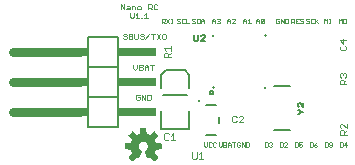
<source format=gbr>
G04 EAGLE Gerber RS-274X export*
G75*
%MOMM*%
%FSLAX34Y34*%
%LPD*%
%INSilkscreen Top*%
%IPPOS*%
%AMOC8*
5,1,8,0,0,1.08239X$1,22.5*%
G01*
%ADD10C,0.050800*%
%ADD11C,0.025400*%
%ADD12C,0.203200*%
%ADD13C,0.254000*%
%ADD14C,0.127000*%
%ADD15C,0.152400*%
%ADD16C,0.762000*%
%ADD17R,0.508000X0.762000*%
%ADD18R,3.175000X0.762000*%

G36*
X30751Y3321D02*
X30751Y3321D01*
X30859Y3331D01*
X30872Y3337D01*
X30886Y3339D01*
X30983Y3387D01*
X31082Y3432D01*
X31096Y3443D01*
X31104Y3447D01*
X31120Y3463D01*
X31196Y3525D01*
X33781Y6110D01*
X33844Y6199D01*
X33911Y6284D01*
X33915Y6297D01*
X33923Y6309D01*
X33955Y6412D01*
X33990Y6515D01*
X33990Y6529D01*
X33994Y6542D01*
X33991Y6650D01*
X33991Y6759D01*
X33987Y6772D01*
X33986Y6786D01*
X33948Y6888D01*
X33914Y6990D01*
X33904Y7005D01*
X33900Y7014D01*
X33886Y7031D01*
X33832Y7113D01*
X31068Y10503D01*
X31625Y11585D01*
X31632Y11605D01*
X31673Y11700D01*
X32044Y12859D01*
X36395Y13302D01*
X36500Y13330D01*
X36605Y13355D01*
X36617Y13362D01*
X36631Y13365D01*
X36721Y13426D01*
X36813Y13483D01*
X36822Y13494D01*
X36833Y13502D01*
X36899Y13588D01*
X36968Y13672D01*
X36973Y13685D01*
X36981Y13696D01*
X37016Y13799D01*
X37054Y13900D01*
X37056Y13918D01*
X37059Y13927D01*
X37059Y13949D01*
X37069Y14047D01*
X37069Y17703D01*
X37051Y17810D01*
X37037Y17918D01*
X37031Y17930D01*
X37029Y17944D01*
X36978Y18040D01*
X36930Y18137D01*
X36920Y18147D01*
X36914Y18159D01*
X36835Y18233D01*
X36758Y18310D01*
X36746Y18316D01*
X36736Y18326D01*
X36637Y18371D01*
X36540Y18419D01*
X36522Y18423D01*
X36514Y18427D01*
X36492Y18429D01*
X36395Y18448D01*
X32044Y18891D01*
X31673Y20050D01*
X31664Y20067D01*
X31662Y20075D01*
X31658Y20082D01*
X31625Y20165D01*
X31068Y21247D01*
X33832Y24637D01*
X33886Y24731D01*
X33943Y24823D01*
X33946Y24836D01*
X33953Y24848D01*
X33974Y24955D01*
X33999Y25060D01*
X33998Y25074D01*
X34000Y25088D01*
X33986Y25195D01*
X33975Y25303D01*
X33969Y25316D01*
X33968Y25330D01*
X33919Y25427D01*
X33875Y25526D01*
X33863Y25539D01*
X33859Y25548D01*
X33844Y25563D01*
X33781Y25640D01*
X31196Y28225D01*
X31108Y28288D01*
X31022Y28354D01*
X31009Y28359D01*
X30998Y28367D01*
X30894Y28398D01*
X30791Y28434D01*
X30777Y28434D01*
X30764Y28438D01*
X30656Y28434D01*
X30547Y28435D01*
X30534Y28430D01*
X30520Y28430D01*
X30419Y28392D01*
X30316Y28357D01*
X30301Y28348D01*
X30292Y28344D01*
X30275Y28330D01*
X30193Y28276D01*
X26803Y25512D01*
X25721Y26069D01*
X25702Y26075D01*
X25606Y26117D01*
X24447Y26488D01*
X24005Y30839D01*
X23976Y30943D01*
X23952Y31049D01*
X23944Y31061D01*
X23941Y31074D01*
X23880Y31164D01*
X23823Y31257D01*
X23812Y31265D01*
X23805Y31277D01*
X23718Y31343D01*
X23635Y31412D01*
X23622Y31416D01*
X23611Y31425D01*
X23508Y31459D01*
X23406Y31498D01*
X23389Y31499D01*
X23379Y31503D01*
X23358Y31503D01*
X23259Y31512D01*
X19603Y31512D01*
X19496Y31495D01*
X19389Y31481D01*
X19376Y31475D01*
X19363Y31473D01*
X19267Y31421D01*
X19169Y31374D01*
X19159Y31364D01*
X19147Y31358D01*
X19073Y31278D01*
X18996Y31202D01*
X18990Y31190D01*
X18980Y31180D01*
X18936Y31081D01*
X18887Y30984D01*
X18884Y30966D01*
X18880Y30957D01*
X18877Y30936D01*
X18858Y30839D01*
X18415Y26488D01*
X17256Y26117D01*
X17238Y26107D01*
X17142Y26069D01*
X16059Y25512D01*
X12670Y28276D01*
X12576Y28330D01*
X12484Y28387D01*
X12470Y28390D01*
X12458Y28397D01*
X12352Y28418D01*
X12246Y28443D01*
X12232Y28441D01*
X12219Y28444D01*
X12111Y28429D01*
X12003Y28419D01*
X11990Y28413D01*
X11977Y28411D01*
X11880Y28363D01*
X11781Y28318D01*
X11767Y28307D01*
X11758Y28303D01*
X11743Y28287D01*
X11666Y28225D01*
X9081Y25640D01*
X9018Y25551D01*
X8952Y25466D01*
X8947Y25453D01*
X8939Y25441D01*
X8908Y25338D01*
X8873Y25235D01*
X8872Y25221D01*
X8868Y25208D01*
X8872Y25100D01*
X8872Y24991D01*
X8876Y24978D01*
X8876Y24964D01*
X8915Y24862D01*
X8949Y24760D01*
X8959Y24745D01*
X8962Y24736D01*
X8976Y24719D01*
X9031Y24637D01*
X11794Y21247D01*
X11237Y20165D01*
X11231Y20145D01*
X11190Y20050D01*
X10818Y18891D01*
X6467Y18448D01*
X6363Y18420D01*
X6257Y18395D01*
X6245Y18388D01*
X6232Y18385D01*
X6142Y18324D01*
X6050Y18267D01*
X6041Y18256D01*
X6029Y18248D01*
X5964Y18162D01*
X5895Y18078D01*
X5890Y18065D01*
X5882Y18054D01*
X5847Y17951D01*
X5809Y17850D01*
X5807Y17832D01*
X5804Y17823D01*
X5804Y17801D01*
X5794Y17703D01*
X5794Y14047D01*
X5812Y13940D01*
X5825Y13832D01*
X5831Y13820D01*
X5834Y13806D01*
X5885Y13710D01*
X5932Y13613D01*
X5942Y13603D01*
X5949Y13591D01*
X6028Y13517D01*
X6104Y13440D01*
X6117Y13434D01*
X6127Y13424D01*
X6225Y13379D01*
X6323Y13331D01*
X6340Y13327D01*
X6349Y13323D01*
X6371Y13321D01*
X6467Y13302D01*
X10818Y12859D01*
X11190Y11700D01*
X11199Y11682D01*
X11237Y11585D01*
X11794Y10503D01*
X9031Y7113D01*
X8977Y7019D01*
X8919Y6927D01*
X8916Y6914D01*
X8909Y6902D01*
X8888Y6795D01*
X8864Y6690D01*
X8865Y6676D01*
X8862Y6662D01*
X8877Y6555D01*
X8887Y6447D01*
X8893Y6434D01*
X8895Y6421D01*
X8943Y6323D01*
X8988Y6224D01*
X8999Y6211D01*
X9003Y6202D01*
X9019Y6187D01*
X9081Y6110D01*
X11666Y3525D01*
X11755Y3462D01*
X11840Y3396D01*
X11854Y3391D01*
X11865Y3383D01*
X11968Y3352D01*
X12071Y3316D01*
X12085Y3316D01*
X12098Y3312D01*
X12207Y3316D01*
X12315Y3315D01*
X12328Y3320D01*
X12342Y3320D01*
X12444Y3358D01*
X12547Y3393D01*
X12561Y3402D01*
X12571Y3406D01*
X12587Y3420D01*
X12670Y3474D01*
X16059Y6238D01*
X17141Y5681D01*
X17194Y5664D01*
X17243Y5638D01*
X17309Y5627D01*
X17373Y5606D01*
X17429Y5607D01*
X17484Y5598D01*
X17550Y5609D01*
X17617Y5610D01*
X17670Y5628D01*
X17724Y5637D01*
X17784Y5669D01*
X17847Y5692D01*
X17891Y5726D01*
X17940Y5752D01*
X17986Y5801D01*
X18039Y5843D01*
X18069Y5890D01*
X18107Y5930D01*
X18163Y6035D01*
X18171Y6048D01*
X18172Y6053D01*
X18176Y6060D01*
X20329Y11257D01*
X20349Y11341D01*
X20355Y11353D01*
X20356Y11369D01*
X20381Y11455D01*
X20380Y11475D01*
X20385Y11495D01*
X20377Y11577D01*
X20379Y11596D01*
X20374Y11616D01*
X20370Y11699D01*
X20363Y11718D01*
X20361Y11738D01*
X20330Y11807D01*
X20323Y11834D01*
X20308Y11858D01*
X20282Y11927D01*
X20269Y11942D01*
X20260Y11960D01*
X20215Y12009D01*
X20195Y12041D01*
X20164Y12067D01*
X20124Y12113D01*
X20103Y12128D01*
X20094Y12138D01*
X20072Y12150D01*
X20009Y12194D01*
X20006Y12196D01*
X20005Y12196D01*
X20003Y12198D01*
X19119Y12693D01*
X18440Y13320D01*
X17926Y14089D01*
X17606Y14957D01*
X17498Y15874D01*
X17611Y16809D01*
X17943Y17690D01*
X18474Y18467D01*
X19175Y19096D01*
X20005Y19539D01*
X20917Y19773D01*
X21859Y19783D01*
X22776Y19569D01*
X23615Y19144D01*
X24330Y18531D01*
X24878Y17766D01*
X25229Y16892D01*
X25362Y15960D01*
X25270Y15023D01*
X24958Y14135D01*
X24443Y13347D01*
X23757Y12703D01*
X22858Y12197D01*
X22817Y12164D01*
X22776Y12142D01*
X22745Y12109D01*
X22696Y12074D01*
X22684Y12057D01*
X22667Y12044D01*
X22633Y11990D01*
X22609Y11964D01*
X22595Y11933D01*
X22554Y11876D01*
X22547Y11856D01*
X22536Y11838D01*
X22518Y11765D01*
X22508Y11742D01*
X22506Y11718D01*
X22483Y11643D01*
X22483Y11622D01*
X22478Y11601D01*
X22486Y11517D01*
X22484Y11499D01*
X22488Y11483D01*
X22490Y11399D01*
X22498Y11373D01*
X22499Y11358D01*
X22509Y11336D01*
X22533Y11257D01*
X22842Y10512D01*
X23152Y9763D01*
X23462Y9014D01*
X23463Y9014D01*
X23463Y9013D01*
X23773Y8265D01*
X23773Y8264D01*
X24083Y7515D01*
X24394Y6766D01*
X24686Y6060D01*
X24715Y6013D01*
X24736Y5961D01*
X24779Y5910D01*
X24815Y5853D01*
X24858Y5818D01*
X24894Y5775D01*
X24951Y5741D01*
X25004Y5698D01*
X25056Y5679D01*
X25103Y5650D01*
X25169Y5636D01*
X25232Y5612D01*
X25287Y5610D01*
X25342Y5599D01*
X25408Y5606D01*
X25476Y5604D01*
X25529Y5620D01*
X25584Y5627D01*
X25695Y5671D01*
X25709Y5675D01*
X25713Y5678D01*
X25721Y5681D01*
X26803Y6238D01*
X30193Y3474D01*
X30287Y3420D01*
X30379Y3363D01*
X30392Y3360D01*
X30404Y3353D01*
X30511Y3332D01*
X30617Y3307D01*
X30630Y3309D01*
X30644Y3306D01*
X30751Y3321D01*
G37*
D10*
X7613Y110430D02*
X6850Y111192D01*
X5325Y111192D01*
X4562Y110430D01*
X4562Y109667D01*
X5325Y108904D01*
X6850Y108904D01*
X7613Y108142D01*
X7613Y107379D01*
X6850Y106617D01*
X5325Y106617D01*
X4562Y107379D01*
X9240Y106617D02*
X9240Y111192D01*
X11528Y111192D01*
X12291Y110430D01*
X12291Y109667D01*
X11528Y108904D01*
X12291Y108142D01*
X12291Y107379D01*
X11528Y106617D01*
X9240Y106617D01*
X9240Y108904D02*
X11528Y108904D01*
X13918Y107379D02*
X13918Y111192D01*
X13918Y107379D02*
X14680Y106617D01*
X16206Y106617D01*
X16968Y107379D01*
X16968Y111192D01*
X20883Y111192D02*
X21646Y110430D01*
X20883Y111192D02*
X19358Y111192D01*
X18595Y110430D01*
X18595Y109667D01*
X19358Y108904D01*
X20883Y108904D01*
X21646Y108142D01*
X21646Y107379D01*
X20883Y106617D01*
X19358Y106617D01*
X18595Y107379D01*
X23273Y106617D02*
X26323Y111192D01*
X29476Y111192D02*
X29476Y106617D01*
X27950Y111192D02*
X31001Y111192D01*
X32628Y111192D02*
X35679Y106617D01*
X32628Y106617D02*
X35679Y111192D01*
X38068Y111192D02*
X39593Y111192D01*
X38068Y111192D02*
X37306Y110430D01*
X37306Y107379D01*
X38068Y106617D01*
X39593Y106617D01*
X40356Y107379D01*
X40356Y110430D01*
X39593Y111192D01*
X13124Y84999D02*
X13124Y81948D01*
X14649Y80423D01*
X16174Y81948D01*
X16174Y84999D01*
X17801Y84999D02*
X17801Y80423D01*
X17801Y84999D02*
X20089Y84999D01*
X20852Y84236D01*
X20852Y83473D01*
X20089Y82711D01*
X20852Y81948D01*
X20852Y81185D01*
X20089Y80423D01*
X17801Y80423D01*
X17801Y82711D02*
X20089Y82711D01*
X22479Y83473D02*
X22479Y80423D01*
X22479Y83473D02*
X24004Y84999D01*
X25530Y83473D01*
X25530Y80423D01*
X25530Y82711D02*
X22479Y82711D01*
X28682Y80423D02*
X28682Y84999D01*
X27157Y84999D02*
X30207Y84999D01*
X17751Y59599D02*
X18513Y58836D01*
X17751Y59599D02*
X16225Y59599D01*
X15463Y58836D01*
X15463Y55785D01*
X16225Y55023D01*
X17751Y55023D01*
X18513Y55785D01*
X18513Y57311D01*
X16988Y57311D01*
X20140Y55023D02*
X20140Y59599D01*
X23191Y55023D01*
X23191Y59599D01*
X24818Y59599D02*
X24818Y55023D01*
X27106Y55023D01*
X27868Y55785D01*
X27868Y58836D01*
X27106Y59599D01*
X24818Y59599D01*
D11*
X37206Y119983D02*
X37206Y123797D01*
X39113Y123797D01*
X39748Y123161D01*
X39748Y121890D01*
X39113Y121254D01*
X37206Y121254D01*
X38477Y121254D02*
X39748Y119983D01*
X43491Y119983D02*
X40948Y123797D01*
X43491Y123797D02*
X40948Y119983D01*
X44690Y119983D02*
X45962Y119983D01*
X45326Y119983D02*
X45326Y123797D01*
X44690Y123797D02*
X45962Y123797D01*
X51983Y123797D02*
X52619Y123161D01*
X51983Y123797D02*
X50712Y123797D01*
X50076Y123161D01*
X50076Y122525D01*
X50712Y121890D01*
X51983Y121890D01*
X52619Y121254D01*
X52619Y120619D01*
X51983Y119983D01*
X50712Y119983D01*
X50076Y120619D01*
X55725Y123797D02*
X56361Y123161D01*
X55725Y123797D02*
X54454Y123797D01*
X53818Y123161D01*
X53818Y120619D01*
X54454Y119983D01*
X55725Y119983D01*
X56361Y120619D01*
X57561Y119983D02*
X57561Y123797D01*
X57561Y119983D02*
X60103Y119983D01*
X64683Y123797D02*
X65319Y123161D01*
X64683Y123797D02*
X63412Y123797D01*
X62776Y123161D01*
X62776Y122525D01*
X63412Y121890D01*
X64683Y121890D01*
X65319Y121254D01*
X65319Y120619D01*
X64683Y119983D01*
X63412Y119983D01*
X62776Y120619D01*
X66518Y119983D02*
X66518Y123797D01*
X66518Y119983D02*
X68425Y119983D01*
X69061Y120619D01*
X69061Y123161D01*
X68425Y123797D01*
X66518Y123797D01*
X70261Y122525D02*
X70261Y119983D01*
X70261Y122525D02*
X71532Y123797D01*
X72803Y122525D01*
X72803Y119983D01*
X72803Y121890D02*
X70261Y121890D01*
X136121Y123797D02*
X136756Y123161D01*
X136121Y123797D02*
X134849Y123797D01*
X134214Y123161D01*
X134214Y120619D01*
X134849Y119983D01*
X136121Y119983D01*
X136756Y120619D01*
X136756Y121890D01*
X135485Y121890D01*
X137956Y119983D02*
X137956Y123797D01*
X140498Y119983D01*
X140498Y123797D01*
X141698Y123797D02*
X141698Y119983D01*
X143605Y119983D01*
X144240Y120619D01*
X144240Y123161D01*
X143605Y123797D01*
X141698Y123797D01*
X146914Y123797D02*
X146914Y119983D01*
X146914Y123797D02*
X148821Y123797D01*
X149456Y123161D01*
X149456Y121890D01*
X148821Y121254D01*
X146914Y121254D01*
X148185Y121254D02*
X149456Y119983D01*
X150656Y123797D02*
X153198Y123797D01*
X150656Y123797D02*
X150656Y119983D01*
X153198Y119983D01*
X151927Y121890D02*
X150656Y121890D01*
X156305Y123797D02*
X156940Y123161D01*
X156305Y123797D02*
X155034Y123797D01*
X154398Y123161D01*
X154398Y122525D01*
X155034Y121890D01*
X156305Y121890D01*
X156940Y121254D01*
X156940Y120619D01*
X156305Y119983D01*
X155034Y119983D01*
X154398Y120619D01*
X161521Y123797D02*
X162156Y123161D01*
X161521Y123797D02*
X160249Y123797D01*
X159614Y123161D01*
X159614Y122525D01*
X160249Y121890D01*
X161521Y121890D01*
X162156Y121254D01*
X162156Y120619D01*
X161521Y119983D01*
X160249Y119983D01*
X159614Y120619D01*
X165263Y123797D02*
X165898Y123161D01*
X165263Y123797D02*
X163992Y123797D01*
X163356Y123161D01*
X163356Y120619D01*
X163992Y119983D01*
X165263Y119983D01*
X165898Y120619D01*
X167098Y119983D02*
X167098Y123797D01*
X169640Y123797D02*
X167098Y121254D01*
X167734Y121890D02*
X169640Y119983D01*
X174809Y119983D02*
X174809Y123797D01*
X176080Y122525D01*
X177351Y123797D01*
X177351Y119983D01*
X178551Y119983D02*
X179822Y119983D01*
X179186Y119983D02*
X179186Y123797D01*
X178551Y123797D02*
X179822Y123797D01*
X186885Y123797D02*
X186885Y119983D01*
X188156Y122525D02*
X186885Y123797D01*
X188156Y122525D02*
X189427Y123797D01*
X189427Y119983D01*
X191263Y123797D02*
X192534Y123797D01*
X191263Y123797D02*
X190627Y123161D01*
X190627Y120619D01*
X191263Y119983D01*
X192534Y119983D01*
X193169Y120619D01*
X193169Y123161D01*
X192534Y123797D01*
X79729Y122525D02*
X79729Y119983D01*
X79729Y122525D02*
X81000Y123797D01*
X82271Y122525D01*
X82271Y119983D01*
X82271Y121890D02*
X79729Y121890D01*
X83471Y123161D02*
X84106Y123797D01*
X85377Y123797D01*
X86013Y123161D01*
X86013Y122525D01*
X85377Y121890D01*
X84742Y121890D01*
X85377Y121890D02*
X86013Y121254D01*
X86013Y120619D01*
X85377Y119983D01*
X84106Y119983D01*
X83471Y120619D01*
X92429Y119983D02*
X92429Y122525D01*
X93700Y123797D01*
X94971Y122525D01*
X94971Y119983D01*
X94971Y121890D02*
X92429Y121890D01*
X96171Y119983D02*
X98713Y119983D01*
X96171Y119983D02*
X98713Y122525D01*
X98713Y123161D01*
X98077Y123797D01*
X96806Y123797D01*
X96171Y123161D01*
X105922Y122525D02*
X105922Y119983D01*
X105922Y122525D02*
X107194Y123797D01*
X108465Y122525D01*
X108465Y119983D01*
X108465Y121890D02*
X105922Y121890D01*
X109665Y122525D02*
X110936Y123797D01*
X110936Y119983D01*
X109665Y119983D02*
X112207Y119983D01*
X117035Y119983D02*
X117035Y122525D01*
X118306Y123797D01*
X119577Y122525D01*
X119577Y119983D01*
X119577Y121890D02*
X117035Y121890D01*
X120777Y120619D02*
X120777Y123161D01*
X121413Y123797D01*
X122684Y123797D01*
X123319Y123161D01*
X123319Y120619D01*
X122684Y119983D01*
X121413Y119983D01*
X120777Y120619D01*
X123319Y123161D01*
X124179Y19022D02*
X124179Y15208D01*
X126085Y15208D01*
X126721Y15844D01*
X126721Y18386D01*
X126085Y19022D01*
X124179Y19022D01*
X127921Y18386D02*
X128556Y19022D01*
X129827Y19022D01*
X130463Y18386D01*
X130463Y17750D01*
X129827Y17115D01*
X129192Y17115D01*
X129827Y17115D02*
X130463Y16479D01*
X130463Y15844D01*
X129827Y15208D01*
X128556Y15208D01*
X127921Y15844D01*
X136879Y15208D02*
X136879Y19022D01*
X136879Y15208D02*
X138785Y15208D01*
X139421Y15844D01*
X139421Y18386D01*
X138785Y19022D01*
X136879Y19022D01*
X140621Y15208D02*
X143163Y15208D01*
X140621Y15208D02*
X143163Y17750D01*
X143163Y18386D01*
X142527Y19022D01*
X141256Y19022D01*
X140621Y18386D01*
X149579Y19022D02*
X149579Y15208D01*
X151485Y15208D01*
X152121Y15844D01*
X152121Y18386D01*
X151485Y19022D01*
X149579Y19022D01*
X153321Y19022D02*
X155863Y19022D01*
X153321Y19022D02*
X153321Y17115D01*
X154592Y17750D01*
X155227Y17750D01*
X155863Y17115D01*
X155863Y15844D01*
X155227Y15208D01*
X153956Y15208D01*
X153321Y15844D01*
X162279Y15208D02*
X162279Y19022D01*
X162279Y15208D02*
X164185Y15208D01*
X164821Y15844D01*
X164821Y18386D01*
X164185Y19022D01*
X162279Y19022D01*
X167292Y18386D02*
X168563Y19022D01*
X167292Y18386D02*
X166021Y17115D01*
X166021Y15844D01*
X166656Y15208D01*
X167927Y15208D01*
X168563Y15844D01*
X168563Y16479D01*
X167927Y17115D01*
X166021Y17115D01*
X174979Y19022D02*
X174979Y15208D01*
X176885Y15208D01*
X177521Y15844D01*
X177521Y18386D01*
X176885Y19022D01*
X174979Y19022D01*
X178721Y15844D02*
X179356Y15208D01*
X180627Y15208D01*
X181263Y15844D01*
X181263Y18386D01*
X180627Y19022D01*
X179356Y19022D01*
X178721Y18386D01*
X178721Y17750D01*
X179356Y17115D01*
X181263Y17115D01*
X187679Y19022D02*
X187679Y15208D01*
X189585Y15208D01*
X190221Y15844D01*
X190221Y18386D01*
X189585Y19022D01*
X187679Y19022D01*
X193327Y19022D02*
X193327Y15208D01*
X191421Y17115D02*
X193327Y19022D01*
X193963Y17115D02*
X191421Y17115D01*
X103419Y18386D02*
X102783Y19022D01*
X101512Y19022D01*
X100876Y18386D01*
X100876Y15844D01*
X101512Y15208D01*
X102783Y15208D01*
X103419Y15844D01*
X103419Y17115D01*
X102147Y17115D01*
X104618Y15208D02*
X104618Y19022D01*
X107161Y15208D01*
X107161Y19022D01*
X108361Y19022D02*
X108361Y15208D01*
X110267Y15208D01*
X110903Y15844D01*
X110903Y18386D01*
X110267Y19022D01*
X108361Y19022D01*
X85512Y19022D02*
X85512Y16479D01*
X86783Y15208D01*
X88054Y16479D01*
X88054Y19022D01*
X89254Y19022D02*
X89254Y15208D01*
X89254Y19022D02*
X91160Y19022D01*
X91796Y18386D01*
X91796Y17750D01*
X91160Y17115D01*
X91796Y16479D01*
X91796Y15844D01*
X91160Y15208D01*
X89254Y15208D01*
X89254Y17115D02*
X91160Y17115D01*
X92996Y17750D02*
X92996Y15208D01*
X92996Y17750D02*
X94267Y19022D01*
X95538Y17750D01*
X95538Y15208D01*
X95538Y17115D02*
X92996Y17115D01*
X98009Y15208D02*
X98009Y19022D01*
X96738Y19022D02*
X99280Y19022D01*
X73095Y19022D02*
X73095Y16479D01*
X74366Y15208D01*
X75637Y16479D01*
X75637Y19022D01*
X78744Y19022D02*
X79379Y18386D01*
X78744Y19022D02*
X77473Y19022D01*
X76837Y18386D01*
X76837Y15844D01*
X77473Y15208D01*
X78744Y15208D01*
X79379Y15844D01*
X82486Y19022D02*
X83121Y18386D01*
X82486Y19022D02*
X81215Y19022D01*
X80579Y18386D01*
X80579Y15844D01*
X81215Y15208D01*
X82486Y15208D01*
X83121Y15844D01*
D10*
X2139Y131699D02*
X2139Y136275D01*
X5189Y131699D01*
X5189Y136275D01*
X7579Y134750D02*
X9104Y134750D01*
X9867Y133987D01*
X9867Y131699D01*
X7579Y131699D01*
X6816Y132462D01*
X7579Y133224D01*
X9867Y133224D01*
X11494Y131699D02*
X11494Y134750D01*
X13782Y134750D01*
X14544Y133987D01*
X14544Y131699D01*
X16934Y131699D02*
X18459Y131699D01*
X19222Y132462D01*
X19222Y133987D01*
X18459Y134750D01*
X16934Y134750D01*
X16171Y133987D01*
X16171Y132462D01*
X16934Y131699D01*
X25527Y131699D02*
X25527Y136275D01*
X27815Y136275D01*
X28577Y135512D01*
X28577Y133987D01*
X27815Y133224D01*
X25527Y133224D01*
X27052Y133224D02*
X28577Y131699D01*
X32492Y136275D02*
X33255Y135512D01*
X32492Y136275D02*
X30967Y136275D01*
X30204Y135512D01*
X30204Y132462D01*
X30967Y131699D01*
X32492Y131699D01*
X33255Y132462D01*
X10324Y128655D02*
X10324Y125604D01*
X11850Y124079D01*
X13375Y125604D01*
X13375Y128655D01*
X15002Y127130D02*
X16527Y128655D01*
X16527Y124079D01*
X15002Y124079D02*
X18053Y124079D01*
X19680Y124079D02*
X19680Y124842D01*
X20442Y124842D01*
X20442Y124079D01*
X19680Y124079D01*
X22018Y127130D02*
X23544Y128655D01*
X23544Y124079D01*
X25069Y124079D02*
X22018Y124079D01*
X39000Y91138D02*
X44593Y91138D01*
X39000Y91138D02*
X39000Y93935D01*
X39932Y94867D01*
X41797Y94867D01*
X42729Y93935D01*
X42729Y91138D01*
X42729Y93003D02*
X44593Y94867D01*
X40864Y96751D02*
X39000Y98616D01*
X44593Y98616D01*
X44593Y100480D02*
X44593Y96751D01*
D12*
X74287Y25400D02*
X82875Y25400D01*
X82875Y50800D02*
X74287Y50800D01*
X85669Y40784D02*
X85669Y35416D01*
D13*
X68421Y54102D03*
D10*
X62802Y10768D02*
X62802Y6107D01*
X63734Y5175D01*
X65598Y5175D01*
X66530Y6107D01*
X66530Y10768D01*
X68415Y8904D02*
X70279Y10768D01*
X70279Y5175D01*
X68415Y5175D02*
X72143Y5175D01*
X100423Y40633D02*
X99491Y41566D01*
X97627Y41566D01*
X96695Y40633D01*
X96695Y36905D01*
X97627Y35973D01*
X99491Y35973D01*
X100423Y36905D01*
X102308Y35973D02*
X106036Y35973D01*
X102308Y35973D02*
X106036Y39701D01*
X106036Y40633D01*
X105104Y41566D01*
X103240Y41566D01*
X102308Y40633D01*
D12*
X60419Y45563D02*
X60419Y30563D01*
X36419Y30563D01*
X36419Y45563D01*
X60419Y65563D02*
X60419Y76563D01*
X56419Y80563D01*
X40419Y80563D01*
X36419Y76563D01*
X36419Y65563D01*
D14*
X38259Y59373D02*
X58579Y59373D01*
D10*
X41944Y26801D02*
X42876Y25868D01*
X41944Y26801D02*
X40080Y26801D01*
X39148Y25868D01*
X39148Y22140D01*
X40080Y21208D01*
X41944Y21208D01*
X42876Y22140D01*
X44761Y24936D02*
X46625Y26801D01*
X46625Y21208D01*
X44761Y21208D02*
X48489Y21208D01*
X187971Y25540D02*
X193564Y25540D01*
X187971Y25540D02*
X187971Y28337D01*
X188903Y29269D01*
X190768Y29269D01*
X191700Y28337D01*
X191700Y25540D01*
X191700Y27405D02*
X193564Y29269D01*
X193564Y31153D02*
X193564Y34882D01*
X193564Y31153D02*
X189835Y34882D01*
X188903Y34882D01*
X187971Y33950D01*
X187971Y32086D01*
X188903Y31153D01*
X187574Y68403D02*
X193167Y68403D01*
X187574Y68403D02*
X187574Y71199D01*
X188506Y72131D01*
X190371Y72131D01*
X191303Y71199D01*
X191303Y68403D01*
X191303Y70267D02*
X193167Y72131D01*
X188506Y74016D02*
X187574Y74948D01*
X187574Y76812D01*
X188506Y77744D01*
X189439Y77744D01*
X190371Y76812D01*
X190371Y75880D01*
X190371Y76812D02*
X191303Y77744D01*
X192235Y77744D01*
X193167Y76812D01*
X193167Y74948D01*
X192235Y74016D01*
X187574Y99774D02*
X188506Y100706D01*
X187574Y99774D02*
X187574Y97910D01*
X188506Y96978D01*
X192235Y96978D01*
X193167Y97910D01*
X193167Y99774D01*
X192235Y100706D01*
X193167Y105387D02*
X187574Y105387D01*
X190371Y102591D01*
X190371Y106319D01*
D12*
X145508Y29708D02*
X132508Y29708D01*
X132508Y67206D02*
X145508Y67206D01*
D14*
X152237Y43441D02*
X153042Y43441D01*
X154652Y45051D01*
X153042Y46661D01*
X152237Y46661D01*
X154652Y45051D02*
X157067Y45051D01*
X157067Y49054D02*
X157067Y52274D01*
X157067Y49054D02*
X153847Y52274D01*
X153042Y52274D01*
X152237Y51469D01*
X152237Y49859D01*
X153042Y49054D01*
D12*
X81291Y65209D02*
X80291Y66209D01*
X80291Y109209D02*
X81291Y110209D01*
X124291Y110209D02*
X125291Y109209D01*
X125291Y66209D02*
X124291Y65209D01*
X77791Y61209D02*
X77793Y61286D01*
X77799Y61363D01*
X77809Y61440D01*
X77823Y61516D01*
X77840Y61591D01*
X77862Y61665D01*
X77887Y61738D01*
X77917Y61810D01*
X77949Y61880D01*
X77986Y61948D01*
X78025Y62014D01*
X78068Y62078D01*
X78115Y62140D01*
X78164Y62199D01*
X78217Y62256D01*
X78272Y62310D01*
X78330Y62361D01*
X78391Y62409D01*
X78454Y62454D01*
X78519Y62495D01*
X78586Y62533D01*
X78655Y62568D01*
X78726Y62598D01*
X78798Y62626D01*
X78872Y62649D01*
X78946Y62669D01*
X79022Y62685D01*
X79098Y62697D01*
X79175Y62705D01*
X79252Y62709D01*
X79330Y62709D01*
X79407Y62705D01*
X79484Y62697D01*
X79560Y62685D01*
X79636Y62669D01*
X79710Y62649D01*
X79784Y62626D01*
X79856Y62598D01*
X79927Y62568D01*
X79996Y62533D01*
X80063Y62495D01*
X80128Y62454D01*
X80191Y62409D01*
X80252Y62361D01*
X80310Y62310D01*
X80365Y62256D01*
X80418Y62199D01*
X80467Y62140D01*
X80514Y62078D01*
X80557Y62014D01*
X80596Y61948D01*
X80633Y61880D01*
X80665Y61810D01*
X80695Y61738D01*
X80720Y61665D01*
X80742Y61591D01*
X80759Y61516D01*
X80773Y61440D01*
X80783Y61363D01*
X80789Y61286D01*
X80791Y61209D01*
X80789Y61132D01*
X80783Y61055D01*
X80773Y60978D01*
X80759Y60902D01*
X80742Y60827D01*
X80720Y60753D01*
X80695Y60680D01*
X80665Y60608D01*
X80633Y60538D01*
X80596Y60470D01*
X80557Y60404D01*
X80514Y60340D01*
X80467Y60278D01*
X80418Y60219D01*
X80365Y60162D01*
X80310Y60108D01*
X80252Y60057D01*
X80191Y60009D01*
X80128Y59964D01*
X80063Y59923D01*
X79996Y59885D01*
X79927Y59850D01*
X79856Y59820D01*
X79784Y59792D01*
X79710Y59769D01*
X79636Y59749D01*
X79560Y59733D01*
X79484Y59721D01*
X79407Y59713D01*
X79330Y59709D01*
X79252Y59709D01*
X79175Y59713D01*
X79098Y59721D01*
X79022Y59733D01*
X78946Y59749D01*
X78872Y59769D01*
X78798Y59792D01*
X78726Y59820D01*
X78655Y59850D01*
X78586Y59885D01*
X78519Y59923D01*
X78454Y59964D01*
X78391Y60009D01*
X78330Y60057D01*
X78272Y60108D01*
X78217Y60162D01*
X78164Y60219D01*
X78115Y60278D01*
X78068Y60340D01*
X78025Y60404D01*
X77986Y60470D01*
X77949Y60538D01*
X77917Y60608D01*
X77887Y60680D01*
X77862Y60753D01*
X77840Y60827D01*
X77823Y60902D01*
X77809Y60978D01*
X77799Y61055D01*
X77793Y61132D01*
X77791Y61209D01*
D14*
X64475Y106072D02*
X64475Y110097D01*
X64475Y106072D02*
X65280Y105267D01*
X66890Y105267D01*
X67695Y106072D01*
X67695Y110097D01*
X70088Y105267D02*
X73308Y105267D01*
X70088Y105267D02*
X73308Y108487D01*
X73308Y109292D01*
X72503Y110097D01*
X70893Y110097D01*
X70088Y109292D01*
D15*
X0Y57150D02*
X0Y31750D01*
X0Y57150D02*
X-25400Y57150D01*
X-25400Y31750D01*
X0Y31750D01*
D16*
X-31750Y44450D02*
X-88900Y44450D01*
D15*
X0Y57150D02*
X0Y82550D01*
X-25400Y82550D01*
X-25400Y57150D01*
D16*
X-31750Y69850D02*
X-88900Y69850D01*
D15*
X0Y82550D02*
X0Y107950D01*
X-25400Y107950D01*
X-25400Y82550D01*
D16*
X-31750Y95250D02*
X-88900Y95250D01*
D17*
X-27940Y44450D03*
X-27940Y69850D03*
X-27940Y95250D03*
D18*
X15875Y44450D03*
X15875Y69850D03*
X15875Y95250D03*
M02*

</source>
